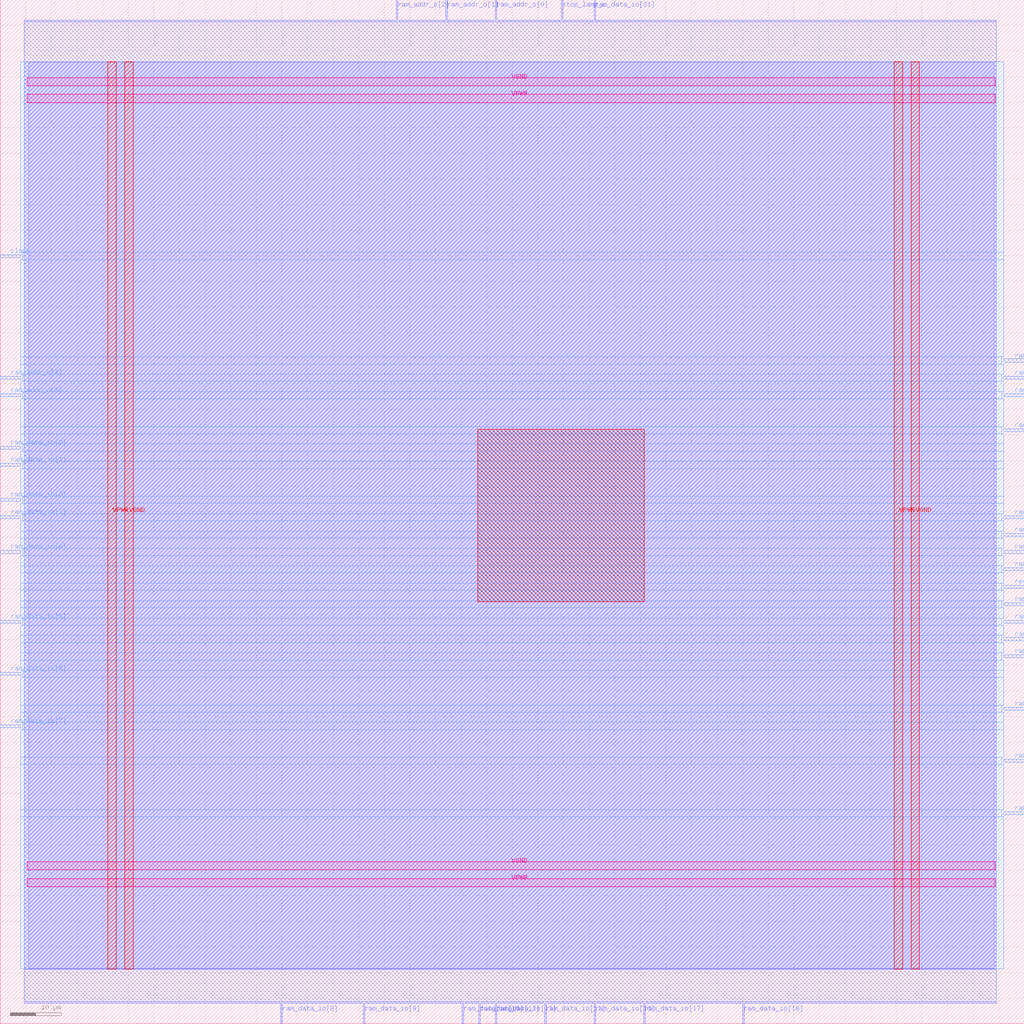
<source format=lef>
VERSION 5.7 ;
  NOWIREEXTENSIONATPIN ON ;
  DIVIDERCHAR "/" ;
  BUSBITCHARS "[]" ;
MACRO openlane_manchester_baby
  CLASS BLOCK ;
  FOREIGN openlane_manchester_baby ;
  ORIGIN 0.000 0.000 ;
  SIZE 200.000 BY 200.000 ;
  PIN VGND
    DIRECTION INOUT ;
    USE GROUND ;
    PORT
      LAYER met4 ;
        RECT 24.340 10.640 25.940 187.920 ;
    END
    PORT
      LAYER met4 ;
        RECT 177.940 10.640 179.540 187.920 ;
    END
    PORT
      LAYER met5 ;
        RECT 5.280 30.030 194.360 31.630 ;
    END
    PORT
      LAYER met5 ;
        RECT 5.280 183.210 194.360 184.810 ;
    END
  END VGND
  PIN VPWR
    DIRECTION INOUT ;
    USE POWER ;
    PORT
      LAYER met4 ;
        RECT 21.040 10.640 22.640 187.920 ;
    END
    PORT
      LAYER met4 ;
        RECT 174.640 10.640 176.240 187.920 ;
    END
    PORT
      LAYER met5 ;
        RECT 5.280 26.730 194.360 28.330 ;
    END
    PORT
      LAYER met5 ;
        RECT 5.280 179.910 194.360 181.510 ;
    END
  END VPWR
  PIN clock
    DIRECTION INPUT ;
    USE SIGNAL ;
    ANTENNAGATEAREA 0.852000 ;
    PORT
      LAYER met3 ;
        RECT 0.000 149.640 4.000 150.240 ;
    END
  END clock
  PIN ram_addr_o[0]
    DIRECTION OUTPUT TRISTATE ;
    USE SIGNAL ;
    ANTENNADIFFAREA 0.795200 ;
    PORT
      LAYER met2 ;
        RECT 96.690 196.000 96.970 200.000 ;
    END
  END ram_addr_o[0]
  PIN ram_addr_o[1]
    DIRECTION OUTPUT TRISTATE ;
    USE SIGNAL ;
    ANTENNADIFFAREA 0.795200 ;
    PORT
      LAYER met2 ;
        RECT 87.030 196.000 87.310 200.000 ;
    END
  END ram_addr_o[1]
  PIN ram_addr_o[2]
    DIRECTION OUTPUT TRISTATE ;
    USE SIGNAL ;
    ANTENNADIFFAREA 0.795200 ;
    PORT
      LAYER met2 ;
        RECT 77.370 196.000 77.650 200.000 ;
    END
  END ram_addr_o[2]
  PIN ram_addr_o[3]
    DIRECTION OUTPUT TRISTATE ;
    USE SIGNAL ;
    ANTENNADIFFAREA 0.445500 ;
    PORT
      LAYER met3 ;
        RECT 0.000 122.440 4.000 123.040 ;
    END
  END ram_addr_o[3]
  PIN ram_addr_o[4]
    DIRECTION OUTPUT TRISTATE ;
    USE SIGNAL ;
    ANTENNADIFFAREA 0.445500 ;
    PORT
      LAYER met3 ;
        RECT 0.000 125.840 4.000 126.440 ;
    END
  END ram_addr_o[4]
  PIN ram_data_io[0]
    DIRECTION INOUT ;
    USE SIGNAL ;
    ANTENNAGATEAREA 0.159000 ;
    ANTENNADIFFAREA 0.470250 ;
    PORT
      LAYER met3 ;
        RECT 0.000 102.040 4.000 102.640 ;
    END
  END ram_data_io[0]
  PIN ram_data_io[10]
    DIRECTION INOUT ;
    USE SIGNAL ;
    ANTENNAGATEAREA 0.159000 ;
    ANTENNADIFFAREA 0.470250 ;
    PORT
      LAYER met2 ;
        RECT 90.250 0.000 90.530 4.000 ;
    END
  END ram_data_io[10]
  PIN ram_data_io[11]
    DIRECTION INOUT ;
    USE SIGNAL ;
    ANTENNAGATEAREA 0.159000 ;
    ANTENNADIFFAREA 0.470250 ;
    PORT
      LAYER met2 ;
        RECT 106.350 0.000 106.630 4.000 ;
    END
  END ram_data_io[11]
  PIN ram_data_io[12]
    DIRECTION INOUT ;
    USE SIGNAL ;
    ANTENNAGATEAREA 0.159000 ;
    ANTENNADIFFAREA 0.470250 ;
    PORT
      LAYER met2 ;
        RECT 93.470 0.000 93.750 4.000 ;
    END
  END ram_data_io[12]
  PIN ram_data_io[13]
    DIRECTION INOUT ;
    USE SIGNAL ;
    ANTENNAGATEAREA 0.159000 ;
    ANTENNADIFFAREA 0.470250 ;
    PORT
      LAYER met2 ;
        RECT 96.690 0.000 96.970 4.000 ;
    END
  END ram_data_io[13]
  PIN ram_data_io[14]
    DIRECTION INOUT ;
    USE SIGNAL ;
    ANTENNAGATEAREA 0.159000 ;
    ANTENNADIFFAREA 0.470250 ;
    PORT
      LAYER met3 ;
        RECT 196.000 81.640 200.000 82.240 ;
    END
  END ram_data_io[14]
  PIN ram_data_io[15]
    DIRECTION INOUT ;
    USE SIGNAL ;
    ANTENNAGATEAREA 0.159000 ;
    ANTENNADIFFAREA 0.470250 ;
    PORT
      LAYER met3 ;
        RECT 196.000 71.440 200.000 72.040 ;
    END
  END ram_data_io[15]
  PIN ram_data_io[16]
    DIRECTION INOUT ;
    USE SIGNAL ;
    ANTENNAGATEAREA 0.159000 ;
    ANTENNADIFFAREA 0.470250 ;
    PORT
      LAYER met2 ;
        RECT 116.010 0.000 116.290 4.000 ;
    END
  END ram_data_io[16]
  PIN ram_data_io[17]
    DIRECTION INOUT ;
    USE SIGNAL ;
    ANTENNAGATEAREA 0.159000 ;
    ANTENNADIFFAREA 0.470250 ;
    PORT
      LAYER met2 ;
        RECT 125.670 0.000 125.950 4.000 ;
    END
  END ram_data_io[17]
  PIN ram_data_io[18]
    DIRECTION INOUT ;
    USE SIGNAL ;
    ANTENNAGATEAREA 0.159000 ;
    ANTENNADIFFAREA 0.470250 ;
    PORT
      LAYER met2 ;
        RECT 144.990 0.000 145.270 4.000 ;
    END
  END ram_data_io[18]
  PIN ram_data_io[19]
    DIRECTION INOUT ;
    USE SIGNAL ;
    ANTENNAGATEAREA 0.159000 ;
    ANTENNADIFFAREA 0.470250 ;
    PORT
      LAYER met3 ;
        RECT 196.000 51.040 200.000 51.640 ;
    END
  END ram_data_io[19]
  PIN ram_data_io[1]
    DIRECTION INOUT ;
    USE SIGNAL ;
    ANTENNAGATEAREA 0.159000 ;
    ANTENNADIFFAREA 0.470250 ;
    PORT
      LAYER met3 ;
        RECT 0.000 108.840 4.000 109.440 ;
    END
  END ram_data_io[1]
  PIN ram_data_io[20]
    DIRECTION INOUT ;
    USE SIGNAL ;
    ANTENNAGATEAREA 0.159000 ;
    ANTENNADIFFAREA 0.470250 ;
    PORT
      LAYER met3 ;
        RECT 196.000 61.240 200.000 61.840 ;
    END
  END ram_data_io[20]
  PIN ram_data_io[21]
    DIRECTION INOUT ;
    USE SIGNAL ;
    ANTENNAGATEAREA 0.159000 ;
    ANTENNADIFFAREA 0.470250 ;
    PORT
      LAYER met3 ;
        RECT 196.000 74.840 200.000 75.440 ;
    END
  END ram_data_io[21]
  PIN ram_data_io[22]
    DIRECTION INOUT ;
    USE SIGNAL ;
    ANTENNAGATEAREA 0.159000 ;
    ANTENNADIFFAREA 0.470250 ;
    PORT
      LAYER met3 ;
        RECT 196.000 78.240 200.000 78.840 ;
    END
  END ram_data_io[22]
  PIN ram_data_io[23]
    DIRECTION INOUT ;
    USE SIGNAL ;
    ANTENNAGATEAREA 0.159000 ;
    ANTENNADIFFAREA 0.470250 ;
    PORT
      LAYER met3 ;
        RECT 196.000 91.840 200.000 92.440 ;
    END
  END ram_data_io[23]
  PIN ram_data_io[24]
    DIRECTION INOUT ;
    USE SIGNAL ;
    ANTENNAGATEAREA 0.159000 ;
    ANTENNADIFFAREA 0.470250 ;
    PORT
      LAYER met3 ;
        RECT 196.000 98.640 200.000 99.240 ;
    END
  END ram_data_io[24]
  PIN ram_data_io[25]
    DIRECTION INOUT ;
    USE SIGNAL ;
    ANTENNAGATEAREA 0.159000 ;
    ANTENNADIFFAREA 0.470250 ;
    PORT
      LAYER met3 ;
        RECT 196.000 122.440 200.000 123.040 ;
    END
  END ram_data_io[25]
  PIN ram_data_io[26]
    DIRECTION INOUT ;
    USE SIGNAL ;
    ANTENNAGATEAREA 0.159000 ;
    ANTENNADIFFAREA 0.470250 ;
    PORT
      LAYER met3 ;
        RECT 196.000 129.240 200.000 129.840 ;
    END
  END ram_data_io[26]
  PIN ram_data_io[27]
    DIRECTION INOUT ;
    USE SIGNAL ;
    ANTENNAGATEAREA 0.159000 ;
    ANTENNADIFFAREA 0.470250 ;
    PORT
      LAYER met3 ;
        RECT 196.000 125.840 200.000 126.440 ;
    END
  END ram_data_io[27]
  PIN ram_data_io[28]
    DIRECTION INOUT ;
    USE SIGNAL ;
    ANTENNAGATEAREA 0.159000 ;
    ANTENNADIFFAREA 0.470250 ;
    PORT
      LAYER met3 ;
        RECT 196.000 115.640 200.000 116.240 ;
    END
  END ram_data_io[28]
  PIN ram_data_io[29]
    DIRECTION INOUT ;
    USE SIGNAL ;
    ANTENNAGATEAREA 0.159000 ;
    ANTENNADIFFAREA 0.470250 ;
    PORT
      LAYER met3 ;
        RECT 196.000 88.440 200.000 89.040 ;
    END
  END ram_data_io[29]
  PIN ram_data_io[2]
    DIRECTION INOUT ;
    USE SIGNAL ;
    ANTENNAGATEAREA 0.159000 ;
    ANTENNADIFFAREA 0.470250 ;
    PORT
      LAYER met3 ;
        RECT 0.000 112.240 4.000 112.840 ;
    END
  END ram_data_io[2]
  PIN ram_data_io[30]
    DIRECTION INOUT ;
    USE SIGNAL ;
    ANTENNAGATEAREA 0.159000 ;
    ANTENNADIFFAREA 0.470250 ;
    PORT
      LAYER met3 ;
        RECT 196.000 95.240 200.000 95.840 ;
    END
  END ram_data_io[30]
  PIN ram_data_io[31]
    DIRECTION INOUT ;
    USE SIGNAL ;
    ANTENNAGATEAREA 0.159000 ;
    ANTENNADIFFAREA 0.470250 ;
    PORT
      LAYER met2 ;
        RECT 116.010 196.000 116.290 200.000 ;
    END
  END ram_data_io[31]
  PIN ram_data_io[3]
    DIRECTION INOUT ;
    USE SIGNAL ;
    ANTENNAGATEAREA 0.159000 ;
    ANTENNADIFFAREA 0.470250 ;
    PORT
      LAYER met3 ;
        RECT 0.000 98.640 4.000 99.240 ;
    END
  END ram_data_io[3]
  PIN ram_data_io[4]
    DIRECTION INOUT ;
    USE SIGNAL ;
    ANTENNAGATEAREA 0.159000 ;
    ANTENNADIFFAREA 0.470250 ;
    PORT
      LAYER met3 ;
        RECT 0.000 91.840 4.000 92.440 ;
    END
  END ram_data_io[4]
  PIN ram_data_io[5]
    DIRECTION INOUT ;
    USE SIGNAL ;
    ANTENNAGATEAREA 0.159000 ;
    ANTENNADIFFAREA 0.470250 ;
    PORT
      LAYER met3 ;
        RECT 0.000 78.240 4.000 78.840 ;
    END
  END ram_data_io[5]
  PIN ram_data_io[6]
    DIRECTION INOUT ;
    USE SIGNAL ;
    ANTENNAGATEAREA 0.159000 ;
    ANTENNADIFFAREA 0.470250 ;
    PORT
      LAYER met3 ;
        RECT 0.000 68.040 4.000 68.640 ;
    END
  END ram_data_io[6]
  PIN ram_data_io[7]
    DIRECTION INOUT ;
    USE SIGNAL ;
    ANTENNAGATEAREA 0.159000 ;
    ANTENNADIFFAREA 0.470250 ;
    PORT
      LAYER met3 ;
        RECT 0.000 57.840 4.000 58.440 ;
    END
  END ram_data_io[7]
  PIN ram_data_io[8]
    DIRECTION INOUT ;
    USE SIGNAL ;
    ANTENNAGATEAREA 0.159000 ;
    ANTENNADIFFAREA 0.470250 ;
    PORT
      LAYER met2 ;
        RECT 54.830 0.000 55.110 4.000 ;
    END
  END ram_data_io[8]
  PIN ram_data_io[9]
    DIRECTION INOUT ;
    USE SIGNAL ;
    ANTENNAGATEAREA 0.159000 ;
    ANTENNADIFFAREA 0.470250 ;
    PORT
      LAYER met2 ;
        RECT 70.930 0.000 71.210 4.000 ;
    END
  END ram_data_io[9]
  PIN ram_rw_en_o
    DIRECTION OUTPUT TRISTATE ;
    USE SIGNAL ;
    ANTENNADIFFAREA 0.445500 ;
    PORT
      LAYER met3 ;
        RECT 196.000 40.840 200.000 41.440 ;
    END
  END ram_rw_en_o
  PIN reset_i
    DIRECTION INPUT ;
    USE SIGNAL ;
    ANTENNAGATEAREA 0.196500 ;
    PORT
      LAYER met3 ;
        RECT 196.000 85.040 200.000 85.640 ;
    END
  END reset_i
  PIN stop_lamp_o
    DIRECTION OUTPUT TRISTATE ;
    USE SIGNAL ;
    ANTENNADIFFAREA 0.795200 ;
    PORT
      LAYER met2 ;
        RECT 109.570 196.000 109.850 200.000 ;
    END
  END stop_lamp_o
  OBS
      LAYER li1 ;
        RECT 5.520 10.795 194.120 187.765 ;
      LAYER met1 ;
        RECT 4.670 10.640 194.510 187.920 ;
      LAYER met2 ;
        RECT 4.690 195.720 77.090 196.000 ;
        RECT 77.930 195.720 86.750 196.000 ;
        RECT 87.590 195.720 96.410 196.000 ;
        RECT 97.250 195.720 109.290 196.000 ;
        RECT 110.130 195.720 115.730 196.000 ;
        RECT 116.570 195.720 194.490 196.000 ;
        RECT 4.690 4.280 194.490 195.720 ;
        RECT 4.690 4.000 54.550 4.280 ;
        RECT 55.390 4.000 70.650 4.280 ;
        RECT 71.490 4.000 89.970 4.280 ;
        RECT 90.810 4.000 93.190 4.280 ;
        RECT 94.030 4.000 96.410 4.280 ;
        RECT 97.250 4.000 106.070 4.280 ;
        RECT 106.910 4.000 115.730 4.280 ;
        RECT 116.570 4.000 125.390 4.280 ;
        RECT 126.230 4.000 144.710 4.280 ;
        RECT 145.550 4.000 194.490 4.280 ;
      LAYER met3 ;
        RECT 4.000 150.640 196.000 187.845 ;
        RECT 4.400 149.240 196.000 150.640 ;
        RECT 4.000 130.240 196.000 149.240 ;
        RECT 4.000 128.840 195.600 130.240 ;
        RECT 4.000 126.840 196.000 128.840 ;
        RECT 4.400 125.440 195.600 126.840 ;
        RECT 4.000 123.440 196.000 125.440 ;
        RECT 4.400 122.040 195.600 123.440 ;
        RECT 4.000 116.640 196.000 122.040 ;
        RECT 4.000 115.240 195.600 116.640 ;
        RECT 4.000 113.240 196.000 115.240 ;
        RECT 4.400 111.840 196.000 113.240 ;
        RECT 4.000 109.840 196.000 111.840 ;
        RECT 4.400 108.440 196.000 109.840 ;
        RECT 4.000 103.040 196.000 108.440 ;
        RECT 4.400 101.640 196.000 103.040 ;
        RECT 4.000 99.640 196.000 101.640 ;
        RECT 4.400 98.240 195.600 99.640 ;
        RECT 4.000 96.240 196.000 98.240 ;
        RECT 4.000 94.840 195.600 96.240 ;
        RECT 4.000 92.840 196.000 94.840 ;
        RECT 4.400 91.440 195.600 92.840 ;
        RECT 4.000 89.440 196.000 91.440 ;
        RECT 4.000 88.040 195.600 89.440 ;
        RECT 4.000 86.040 196.000 88.040 ;
        RECT 4.000 84.640 195.600 86.040 ;
        RECT 4.000 82.640 196.000 84.640 ;
        RECT 4.000 81.240 195.600 82.640 ;
        RECT 4.000 79.240 196.000 81.240 ;
        RECT 4.400 77.840 195.600 79.240 ;
        RECT 4.000 75.840 196.000 77.840 ;
        RECT 4.000 74.440 195.600 75.840 ;
        RECT 4.000 72.440 196.000 74.440 ;
        RECT 4.000 71.040 195.600 72.440 ;
        RECT 4.000 69.040 196.000 71.040 ;
        RECT 4.400 67.640 196.000 69.040 ;
        RECT 4.000 62.240 196.000 67.640 ;
        RECT 4.000 60.840 195.600 62.240 ;
        RECT 4.000 58.840 196.000 60.840 ;
        RECT 4.400 57.440 196.000 58.840 ;
        RECT 4.000 52.040 196.000 57.440 ;
        RECT 4.000 50.640 195.600 52.040 ;
        RECT 4.000 41.840 196.000 50.640 ;
        RECT 4.000 40.440 195.600 41.840 ;
        RECT 4.000 10.715 196.000 40.440 ;
      LAYER met4 ;
        RECT 93.215 82.455 125.745 116.105 ;
  END
END openlane_manchester_baby
END LIBRARY


</source>
